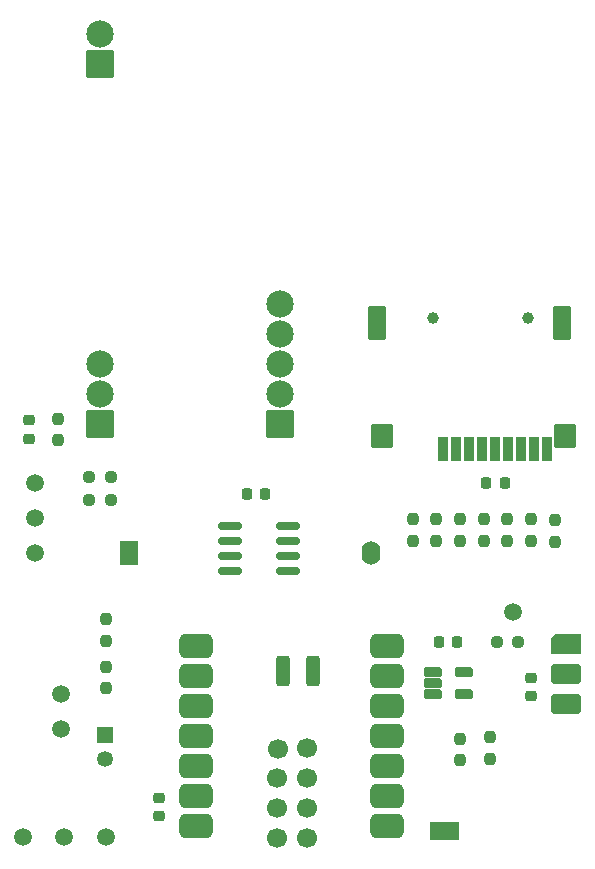
<source format=gts>
G04 #@! TF.GenerationSoftware,KiCad,Pcbnew,9.0.3*
G04 #@! TF.CreationDate,2025-08-16T00:12:18+02:00*
G04 #@! TF.ProjectId,fw-anwesenheit,66772d61-6e77-4657-9365-6e686569742e,rev?*
G04 #@! TF.SameCoordinates,Original*
G04 #@! TF.FileFunction,Soldermask,Top*
G04 #@! TF.FilePolarity,Negative*
%FSLAX46Y46*%
G04 Gerber Fmt 4.6, Leading zero omitted, Abs format (unit mm)*
G04 Created by KiCad (PCBNEW 9.0.3) date 2025-08-16 00:12:18*
%MOMM*%
%LPD*%
G01*
G04 APERTURE LIST*
G04 Aperture macros list*
%AMRoundRect*
0 Rectangle with rounded corners*
0 $1 Rounding radius*
0 $2 $3 $4 $5 $6 $7 $8 $9 X,Y pos of 4 corners*
0 Add a 4 corners polygon primitive as box body*
4,1,4,$2,$3,$4,$5,$6,$7,$8,$9,$2,$3,0*
0 Add four circle primitives for the rounded corners*
1,1,$1+$1,$2,$3*
1,1,$1+$1,$4,$5*
1,1,$1+$1,$6,$7*
1,1,$1+$1,$8,$9*
0 Add four rect primitives between the rounded corners*
20,1,$1+$1,$2,$3,$4,$5,0*
20,1,$1+$1,$4,$5,$6,$7,0*
20,1,$1+$1,$6,$7,$8,$9,0*
20,1,$1+$1,$8,$9,$2,$3,0*%
%AMOutline5P*
0 Free polygon, 5 corners , with rotation*
0 The origin of the aperture is its center*
0 number of corners: always 5*
0 $1 to $10 corner X, Y*
0 $11 Rotation angle, in degrees counterclockwise*
0 create outline with 5 corners*
4,1,5,$1,$2,$3,$4,$5,$6,$7,$8,$9,$10,$1,$2,$11*%
%AMOutline6P*
0 Free polygon, 6 corners , with rotation*
0 The origin of the aperture is its center*
0 number of corners: always 6*
0 $1 to $12 corner X, Y*
0 $13 Rotation angle, in degrees counterclockwise*
0 create outline with 6 corners*
4,1,6,$1,$2,$3,$4,$5,$6,$7,$8,$9,$10,$11,$12,$1,$2,$13*%
%AMOutline7P*
0 Free polygon, 7 corners , with rotation*
0 The origin of the aperture is its center*
0 number of corners: always 7*
0 $1 to $14 corner X, Y*
0 $15 Rotation angle, in degrees counterclockwise*
0 create outline with 7 corners*
4,1,7,$1,$2,$3,$4,$5,$6,$7,$8,$9,$10,$11,$12,$13,$14,$1,$2,$15*%
%AMOutline8P*
0 Free polygon, 8 corners , with rotation*
0 The origin of the aperture is its center*
0 number of corners: always 8*
0 $1 to $16 corner X, Y*
0 $17 Rotation angle, in degrees counterclockwise*
0 create outline with 8 corners*
4,1,8,$1,$2,$3,$4,$5,$6,$7,$8,$9,$10,$11,$12,$13,$14,$15,$16,$1,$2,$17*%
%AMFreePoly0*
4,1,6,1.000000,0.000000,0.500000,-0.750000,-0.500000,-0.750000,-0.500000,0.750000,0.500000,0.750000,1.000000,0.000000,1.000000,0.000000,$1*%
%AMFreePoly1*
4,1,6,0.500000,-0.750000,-0.650000,-0.750000,-0.150000,0.000000,-0.650000,0.750000,0.500000,0.750000,0.500000,-0.750000,0.500000,-0.750000,$1*%
G04 Aperture macros list end*
%ADD10RoundRect,0.225000X0.225000X0.250000X-0.225000X0.250000X-0.225000X-0.250000X0.225000X-0.250000X0*%
%ADD11Outline5P,-1.250000X0.510000X-0.910000X0.850000X1.250000X0.850000X1.250000X-0.850000X-1.250000X-0.850000X0.000000*%
%ADD12RoundRect,0.170000X-1.080000X-0.680000X1.080000X-0.680000X1.080000X0.680000X-1.080000X0.680000X0*%
%ADD13RoundRect,0.250000X-1.000000X-0.600000X1.000000X-0.600000X1.000000X0.600000X-1.000000X0.600000X0*%
%ADD14RoundRect,0.525400X0.900400X0.525400X-0.900400X0.525400X-0.900400X-0.525400X0.900400X-0.525400X0*%
%ADD15RoundRect,0.300400X0.300400X-1.000400X0.300400X1.000400X-0.300400X1.000400X-0.300400X-1.000400X0*%
%ADD16C,1.700000*%
%ADD17C,1.500000*%
%ADD18RoundRect,0.150000X-0.825000X-0.150000X0.825000X-0.150000X0.825000X0.150000X-0.825000X0.150000X0*%
%ADD19RoundRect,0.218750X0.256250X-0.218750X0.256250X0.218750X-0.256250X0.218750X-0.256250X-0.218750X0*%
%ADD20RoundRect,0.237500X0.237500X-0.250000X0.237500X0.250000X-0.237500X0.250000X-0.237500X-0.250000X0*%
%ADD21RoundRect,0.237500X-0.237500X0.250000X-0.237500X-0.250000X0.237500X-0.250000X0.237500X0.250000X0*%
%ADD22R,1.350000X1.350000*%
%ADD23C,1.350000*%
%ADD24FreePoly0,0.000000*%
%ADD25FreePoly1,0.000000*%
%ADD26C,2.304000*%
%ADD27RoundRect,0.102000X-1.050000X1.050000X-1.050000X-1.050000X1.050000X-1.050000X1.050000X1.050000X0*%
%ADD28RoundRect,0.237500X0.250000X0.237500X-0.250000X0.237500X-0.250000X-0.237500X0.250000X-0.237500X0*%
%ADD29RoundRect,0.102000X-0.635000X-0.279400X0.635000X-0.279400X0.635000X0.279400X-0.635000X0.279400X0*%
%ADD30RoundRect,0.225000X-0.225000X-0.250000X0.225000X-0.250000X0.225000X0.250000X-0.225000X0.250000X0*%
%ADD31RoundRect,0.237500X-0.250000X-0.237500X0.250000X-0.237500X0.250000X0.237500X-0.250000X0.237500X0*%
%ADD32RoundRect,0.225000X0.250000X-0.225000X0.250000X0.225000X-0.250000X0.225000X-0.250000X-0.225000X0*%
%ADD33C,1.000000*%
%ADD34RoundRect,0.102000X0.350000X0.950000X-0.350000X0.950000X-0.350000X-0.950000X0.350000X-0.950000X0*%
%ADD35RoundRect,0.102000X0.850000X0.900000X-0.850000X0.900000X-0.850000X-0.900000X0.850000X-0.900000X0*%
%ADD36RoundRect,0.102000X0.700000X1.300000X-0.700000X1.300000X-0.700000X-1.300000X0.700000X-1.300000X0*%
%ADD37RoundRect,0.225000X-0.250000X0.225000X-0.250000X-0.225000X0.250000X-0.225000X0.250000X0.225000X0*%
%ADD38R,1.600000X2.000000*%
%ADD39O,1.600000X2.000000*%
G04 APERTURE END LIST*
G36*
X117483000Y-126250000D02*
G01*
X119933000Y-126250000D01*
X119933000Y-127750000D01*
X117483000Y-127750000D01*
X117483000Y-126250000D01*
G37*
D10*
X123775000Y-97500000D03*
X122225000Y-97500000D03*
D11*
X129000000Y-111190000D03*
D12*
X129000000Y-113730000D03*
D13*
X129000000Y-116270000D03*
D14*
X113821600Y-126598500D03*
X113821600Y-124058500D03*
X113821600Y-121518500D03*
X113821600Y-118978500D03*
X113821600Y-116438500D03*
X113821600Y-113898500D03*
X113821600Y-111358500D03*
X97656600Y-111358500D03*
X97656600Y-113898500D03*
X97656600Y-116438500D03*
X97656600Y-118978500D03*
X97656600Y-121518500D03*
X97656600Y-124058500D03*
X97656600Y-126598500D03*
D15*
X107548000Y-113446800D03*
X105008000Y-113446800D03*
D16*
X107040000Y-127620000D03*
X104500000Y-127620000D03*
X107040000Y-125080000D03*
X104500000Y-125080000D03*
X107040000Y-122540000D03*
X104500000Y-122540000D03*
X107040000Y-120000000D03*
X104592600Y-120056800D03*
D17*
X83000000Y-127500000D03*
D18*
X100525000Y-101190000D03*
X100525000Y-102460000D03*
X100525000Y-103730000D03*
X100525000Y-105000000D03*
X105475000Y-105000000D03*
X105475000Y-103730000D03*
X105475000Y-102460000D03*
X105475000Y-101190000D03*
D19*
X83500000Y-93787500D03*
X83500000Y-92212500D03*
D20*
X120000000Y-102412500D03*
X120000000Y-100587500D03*
X122000000Y-102412500D03*
X122000000Y-100587500D03*
D21*
X90000000Y-109087500D03*
X90000000Y-110912500D03*
D10*
X103500000Y-98500000D03*
X101950000Y-98500000D03*
D17*
X84000000Y-103500000D03*
D22*
X89916000Y-118888000D03*
D23*
X89916000Y-120888000D03*
D20*
X116000000Y-102412500D03*
X116000000Y-100587500D03*
D17*
X86175000Y-118373000D03*
D24*
X117983000Y-127000000D03*
D25*
X119433000Y-127000000D03*
D26*
X89500000Y-59520000D03*
D27*
X89500000Y-62060000D03*
D26*
X104740000Y-87460000D03*
X104740000Y-84920000D03*
X89500000Y-87460000D03*
D27*
X89500000Y-92540000D03*
D26*
X104740000Y-90000000D03*
D27*
X104740000Y-92540000D03*
D26*
X104740000Y-82380000D03*
X89500000Y-90000000D03*
D28*
X90412500Y-97000000D03*
X88587500Y-97000000D03*
X90412500Y-99000000D03*
X88587500Y-99000000D03*
D29*
X117704600Y-113560200D03*
X117704600Y-114500000D03*
X117704600Y-115439800D03*
X120295400Y-115439800D03*
X120295400Y-113560200D03*
D30*
X118225000Y-111000000D03*
X119775000Y-111000000D03*
D21*
X86000000Y-92087500D03*
X86000000Y-93912500D03*
D31*
X123087500Y-111000000D03*
X124912500Y-111000000D03*
D20*
X124000000Y-102412500D03*
X124000000Y-100587500D03*
D17*
X84000000Y-100500000D03*
X86500000Y-127500000D03*
X90000000Y-127500000D03*
D20*
X128000000Y-102500000D03*
X128000000Y-100675000D03*
D17*
X124500000Y-108500000D03*
D20*
X118000000Y-102412500D03*
X118000000Y-100587500D03*
D32*
X125984000Y-115583000D03*
X125984000Y-114033000D03*
D20*
X122500000Y-120912500D03*
X122500000Y-119087500D03*
D21*
X90000000Y-113087500D03*
X90000000Y-114912500D03*
D17*
X84000000Y-97500000D03*
D33*
X125750000Y-83600000D03*
X117750000Y-83600000D03*
D34*
X118550000Y-94650000D03*
X119650000Y-94650000D03*
X120750000Y-94650000D03*
X121850000Y-94650000D03*
X122950000Y-94650000D03*
X124050000Y-94650000D03*
X125150000Y-94650000D03*
X126250000Y-94650000D03*
X127350000Y-94650000D03*
D35*
X128900000Y-93600000D03*
X113400000Y-93600000D03*
D36*
X128650000Y-84000000D03*
X112950000Y-84000000D03*
D20*
X126000000Y-102412500D03*
X126000000Y-100587500D03*
D17*
X86175000Y-115373000D03*
D20*
X120000000Y-121000000D03*
X120000000Y-119175000D03*
D37*
X94500000Y-124225000D03*
X94500000Y-125775000D03*
D38*
X92000000Y-103500000D03*
D39*
X112500000Y-103500000D03*
M02*

</source>
